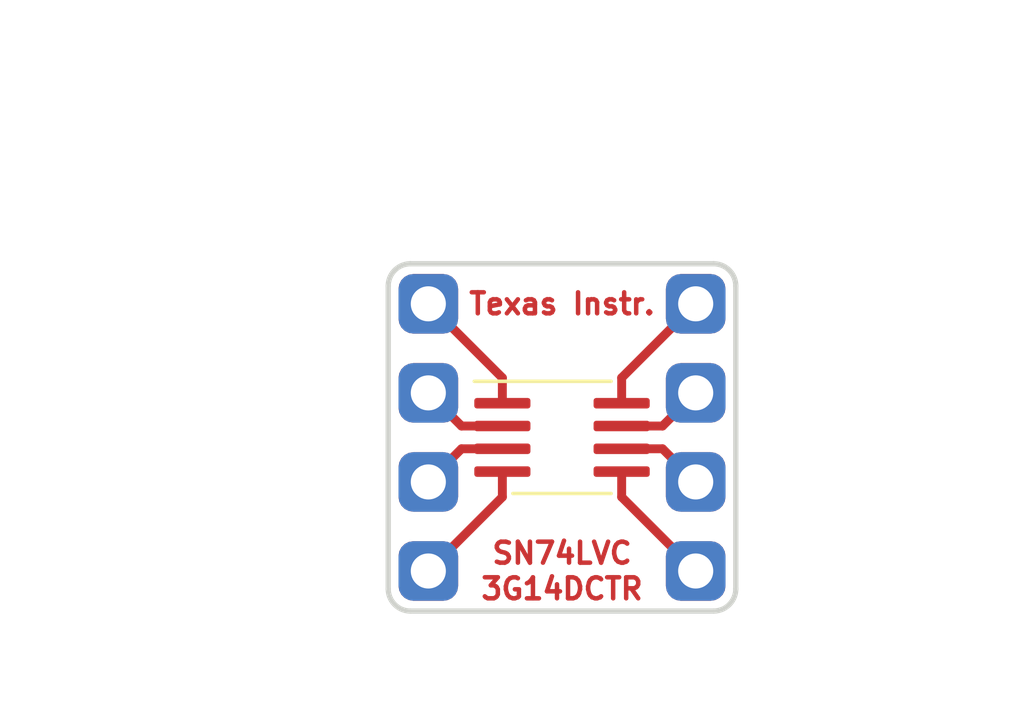
<source format=kicad_pcb>
(kicad_pcb (version 20171130) (host pcbnew "(5.0.2)-1")

  (general
    (thickness 1.6)
    (drawings 18)
    (tracks 16)
    (zones 0)
    (modules 3)
    (nets 9)
  )

  (page A4)
  (layers
    (0 F.Cu signal)
    (31 B.Cu signal)
    (32 B.Adhes user)
    (33 F.Adhes user)
    (34 B.Paste user)
    (35 F.Paste user)
    (36 B.SilkS user)
    (37 F.SilkS user)
    (38 B.Mask user)
    (39 F.Mask user)
    (40 Dwgs.User user)
    (41 Cmts.User user)
    (42 Eco1.User user)
    (43 Eco2.User user)
    (44 Edge.Cuts user)
    (45 Margin user)
    (46 B.CrtYd user)
    (47 F.CrtYd user)
    (48 B.Fab user)
    (49 F.Fab user)
  )

  (setup
    (last_trace_width 0.254)
    (user_trace_width 0.508)
    (user_trace_width 0.762)
    (user_trace_width 1.016)
    (user_trace_width 1.27)
    (user_trace_width 1.524)
    (trace_clearance 0.1524)
    (zone_clearance 0.1524)
    (zone_45_only no)
    (trace_min 0.1524)
    (segment_width 0.2)
    (edge_width 0.15)
    (via_size 0.8)
    (via_drill 0.4)
    (via_min_size 0.4)
    (via_min_drill 0.3)
    (uvia_size 0.3)
    (uvia_drill 0.1)
    (uvias_allowed no)
    (uvia_min_size 0.2)
    (uvia_min_drill 0.1)
    (pcb_text_width 0.3)
    (pcb_text_size 1.5 1.5)
    (mod_edge_width 0.15)
    (mod_text_size 1 1)
    (mod_text_width 0.15)
    (pad_size 1.7 1.7)
    (pad_drill 1)
    (pad_to_mask_clearance 0.0508)
    (aux_axis_origin 0 0)
    (visible_elements 7FFFFFFF)
    (pcbplotparams
      (layerselection 0x010fc_ffffffff)
      (usegerberextensions false)
      (usegerberattributes false)
      (usegerberadvancedattributes false)
      (creategerberjobfile false)
      (excludeedgelayer true)
      (linewidth 0.050000)
      (plotframeref false)
      (viasonmask false)
      (mode 1)
      (useauxorigin false)
      (hpglpennumber 1)
      (hpglpenspeed 20)
      (hpglpendiameter 15.000000)
      (psnegative false)
      (psa4output false)
      (plotreference true)
      (plotvalue true)
      (plotinvisibletext false)
      (padsonsilk false)
      (subtractmaskfromsilk false)
      (outputformat 1)
      (mirror false)
      (drillshape 1)
      (scaleselection 1)
      (outputdirectory ""))
  )

  (net 0 "")
  (net 1 /1)
  (net 2 /2)
  (net 3 /3)
  (net 4 /4)
  (net 5 /5)
  (net 6 /6)
  (net 7 /7)
  (net 8 /8)

  (net_class Default "This is the default net class."
    (clearance 0.1524)
    (trace_width 0.254)
    (via_dia 0.8)
    (via_drill 0.4)
    (uvia_dia 0.3)
    (uvia_drill 0.1)
    (add_net /1)
    (add_net /2)
    (add_net /3)
    (add_net /4)
    (add_net /5)
    (add_net /6)
    (add_net /7)
    (add_net /8)
  )

  (module SA_CMOS_Logic_SMD:Texas_Instruments_SN74LVC3G14DCTR_SM8_DCT_SSOP-8 (layer F.Cu) (tedit 5C57F6E7) (tstamp 5C2F7E21)
    (at 128.27 95.25)
    (path /5C2D7DF2)
    (attr smd)
    (fp_text reference U1 (at 0 -2.1) (layer F.SilkS) hide
      (effects (font (size 0.6 0.6) (thickness 0.127)))
    )
    (fp_text value Texas_Instruments_SN74LVC3G14DCTR (at 0 2) (layer F.Fab)
      (effects (font (size 0.3 0.3) (thickness 0.03)))
    )
    (fp_line (start 0 -1.475) (end -1.4 -1.475) (layer F.Fab) (width 0.1))
    (fp_line (start -1.4 -1.475) (end -1.4 1.475) (layer F.Fab) (width 0.1))
    (fp_line (start -1.4 1.475) (end 1.4 1.475) (layer F.Fab) (width 0.1))
    (fp_line (start 1.4 1.475) (end 1.4 -1.475) (layer F.Fab) (width 0.1))
    (fp_line (start 1.4 -1.475) (end 0 -1.475) (layer F.Fab) (width 0.1))
    (fp_line (start -2.5 -1.6) (end 1.4 -1.6) (layer F.SilkS) (width 0.1))
    (fp_line (start -1.4 1.6) (end 1.4 1.6) (layer F.SilkS) (width 0.1))
    (fp_line (start -2 0.4375) (end -2 0.2125) (layer F.Fab) (width 0.1))
    (fp_line (start -2 0.21) (end -1.4 0.21) (layer F.Fab) (width 0.1))
    (fp_line (start -2 0.44) (end -1.4 0.44) (layer F.Fab) (width 0.1))
    (fp_line (start -2.02 -0.2125) (end -2.02 -0.4375) (layer F.Fab) (width 0.1))
    (fp_line (start -2.02 -0.21) (end -1.42 -0.21) (layer F.Fab) (width 0.1))
    (fp_line (start -2.02 -0.44) (end -1.42 -0.44) (layer F.Fab) (width 0.1))
    (fp_line (start -2.01 -1.09) (end -1.41 -1.09) (layer F.Fab) (width 0.1))
    (fp_line (start -2.01 -0.86) (end -1.41 -0.86) (layer F.Fab) (width 0.1))
    (fp_line (start -2.01 -0.8625) (end -2.01 -1.0875) (layer F.Fab) (width 0.1))
    (fp_line (start -2.01 1.0875) (end -2.01 0.8625) (layer F.Fab) (width 0.1))
    (fp_line (start -2.01 1.09) (end -1.41 1.09) (layer F.Fab) (width 0.1))
    (fp_line (start -2.01 0.86) (end -1.41 0.86) (layer F.Fab) (width 0.1))
    (fp_line (start 2.02 0.86) (end 1.42 0.86) (layer F.Fab) (width 0.1))
    (fp_line (start 2.02 1.09) (end 1.42 1.09) (layer F.Fab) (width 0.1))
    (fp_line (start 2.02 0.8625) (end 2.02 1.0875) (layer F.Fab) (width 0.1))
    (fp_line (start 2.02 0.44) (end 1.42 0.44) (layer F.Fab) (width 0.1))
    (fp_line (start 2.02 0.2125) (end 2.02 0.4375) (layer F.Fab) (width 0.1))
    (fp_line (start 2.02 0.21) (end 1.42 0.21) (layer F.Fab) (width 0.1))
    (fp_line (start 2.01 -0.44) (end 1.41 -0.44) (layer F.Fab) (width 0.1))
    (fp_line (start 2.01 -0.21) (end 1.41 -0.21) (layer F.Fab) (width 0.1))
    (fp_line (start 2.01 -0.4375) (end 2.01 -0.2125) (layer F.Fab) (width 0.1))
    (fp_line (start 2.02 -1.09) (end 1.42 -1.09) (layer F.Fab) (width 0.1))
    (fp_line (start 2.02 -1.0875) (end 2.02 -0.8625) (layer F.Fab) (width 0.1))
    (fp_line (start 2.02 -0.86) (end 1.42 -0.86) (layer F.Fab) (width 0.1))
    (fp_line (start -1.4 -0.98) (end -0.91 -1.47) (layer F.Fab) (width 0.1))
    (fp_text user %R (at 0 0) (layer F.Fab)
      (effects (font (size 0.4 0.4) (thickness 0.05)))
    )
    (fp_line (start -2.4 -1.7) (end 2.6 -1.7) (layer F.CrtYd) (width 0.05))
    (fp_line (start 2.6 -1.7) (end 2.6 -1) (layer F.CrtYd) (width 0.05))
    (fp_line (start 2.6 -1) (end 2.6 1.7) (layer F.CrtYd) (width 0.05))
    (fp_line (start 2.6 1.7) (end 1.1 1.7) (layer F.CrtYd) (width 0.05))
    (fp_line (start 1.1 1.7) (end -2.6 1.7) (layer F.CrtYd) (width 0.05))
    (fp_line (start -2.6 1.7) (end -2.6 -1.7) (layer F.CrtYd) (width 0.05))
    (fp_line (start -2.6 -1.7) (end -2.4 -1.7) (layer F.CrtYd) (width 0.05))
    (pad 2 smd roundrect (at -1.7 -0.325) (size 1.6 0.3) (layers F.Cu F.Paste F.Mask) (roundrect_rratio 0.25)
      (net 2 /2))
    (pad 1 smd roundrect (at -1.7 -0.975) (size 1.6 0.3) (layers F.Cu F.Paste F.Mask) (roundrect_rratio 0.25)
      (net 1 /1))
    (pad 3 smd roundrect (at -1.7 0.325) (size 1.6 0.3) (layers F.Cu F.Paste F.Mask) (roundrect_rratio 0.25)
      (net 3 /3))
    (pad 4 smd roundrect (at -1.7 0.975) (size 1.6 0.3) (layers F.Cu F.Paste F.Mask) (roundrect_rratio 0.25)
      (net 4 /4))
    (pad 5 smd roundrect (at 1.7 0.975) (size 1.6 0.3) (layers F.Cu F.Paste F.Mask) (roundrect_rratio 0.25)
      (net 5 /5))
    (pad 6 smd roundrect (at 1.7 0.325) (size 1.6 0.3) (layers F.Cu F.Paste F.Mask) (roundrect_rratio 0.25)
      (net 6 /6))
    (pad 7 smd roundrect (at 1.7 -0.325) (size 1.6 0.3) (layers F.Cu F.Paste F.Mask) (roundrect_rratio 0.25)
      (net 7 /7))
    (pad 8 smd roundrect (at 1.7 -0.975) (size 1.6 0.3) (layers F.Cu F.Paste F.Mask) (roundrect_rratio 0.25)
      (net 8 /8))
    (model ${SA_LIB_3DSHAPES}/Texas_Instruments_SN74LVC3G14DCTR_SM8_DCT_SSOP-8/Texas_Instruments_SN74LVC3G14DCTR_SM8_DCT_SSOP-8.step
      (at (xyz 0 0 0))
      (scale (xyz 1 1 1))
      (rotate (xyz 0 0 0))
    )
  )

  (module SA_Connectors_Pin_Headers_THT:PinHeader_1x04_P2.54mm_Vertical_Bottom (layer F.Cu) (tedit 5C2CCEF1) (tstamp 5C2F72A8)
    (at 132.08 91.44)
    (descr "Through hole straight pin header, 1x04, 2.54mm pitch, single row")
    (tags "Through hole pin header THT 1x04 2.54mm single row")
    (path /5C2D77F9)
    (fp_text reference J2 (at 0 -2.18) (layer F.SilkS) hide
      (effects (font (size 0.6 0.6) (thickness 0.127)))
    )
    (fp_text value PinHeader_1x04_P2.54mm_Vertical_Bottom (at 0 9.63) (layer F.Fab) hide
      (effects (font (size 0.3 0.3) (thickness 0.03)))
    )
    (fp_text user %R (at 0 3.81 90) (layer F.Fab)
      (effects (font (size 0.4 0.4) (thickness 0.05)))
    )
    (fp_line (start 1.8 -1.8) (end -1.8 -1.8) (layer F.CrtYd) (width 0.05))
    (fp_line (start 1.8 9.4) (end 1.8 -1.8) (layer F.CrtYd) (width 0.05))
    (fp_line (start -1.8 9.4) (end 1.8 9.4) (layer F.CrtYd) (width 0.05))
    (fp_line (start -1.8 -1.8) (end -1.8 9.4) (layer F.CrtYd) (width 0.05))
    (fp_line (start -1.27 -0.635) (end -0.635 -1.27) (layer B.Fab) (width 0.1))
    (fp_line (start -1.27 8.89) (end -1.27 -0.635) (layer B.Fab) (width 0.1))
    (fp_line (start 1.27 8.89) (end -1.27 8.89) (layer B.Fab) (width 0.1))
    (fp_line (start 1.27 -1.27) (end 1.27 8.89) (layer B.Fab) (width 0.1))
    (fp_line (start -0.635 -1.27) (end 1.27 -1.27) (layer B.Fab) (width 0.1))
    (pad 4 thru_hole roundrect (at 0 7.62) (size 1.7 1.7) (drill 1) (layers *.Cu *.Mask) (roundrect_rratio 0.25)
      (net 5 /5))
    (pad 3 thru_hole roundrect (at 0 5.08) (size 1.7 1.7) (drill 1) (layers *.Cu *.Mask) (roundrect_rratio 0.25)
      (net 6 /6))
    (pad 2 thru_hole roundrect (at 0 2.54) (size 1.7 1.7) (drill 1) (layers *.Cu *.Mask) (roundrect_rratio 0.25)
      (net 7 /7))
    (pad 1 thru_hole roundrect (at 0 0) (size 1.7 1.7) (drill 1) (layers *.Cu *.Mask) (roundrect_rratio 0.25)
      (net 8 /8))
    (model ${SA_LIB_3DSHAPES}/Packages/PinHeader_1x04_P254mm_Vertical_Bottom.step
      (at (xyz 0 0 0))
      (scale (xyz 1 1 1))
      (rotate (xyz 0 0 0))
    )
  )

  (module SA_Connectors_Pin_Headers_THT:PinHeader_1x04_P2.54mm_Vertical_Bottom (layer F.Cu) (tedit 5C2CCEF4) (tstamp 5C2F7297)
    (at 124.46 91.44)
    (descr "Through hole straight pin header, 1x04, 2.54mm pitch, single row")
    (tags "Through hole pin header THT 1x04 2.54mm single row")
    (path /5C2D7799)
    (fp_text reference J1 (at 0 -2.18) (layer F.SilkS) hide
      (effects (font (size 0.6 0.6) (thickness 0.127)))
    )
    (fp_text value PinHeader_1x04_P2.54mm_Vertical_Bottom (at 0 9.63) (layer F.Fab) hide
      (effects (font (size 0.3 0.3) (thickness 0.03)))
    )
    (fp_line (start -0.635 -1.27) (end 1.27 -1.27) (layer B.Fab) (width 0.1))
    (fp_line (start 1.27 -1.27) (end 1.27 8.89) (layer B.Fab) (width 0.1))
    (fp_line (start 1.27 8.89) (end -1.27 8.89) (layer B.Fab) (width 0.1))
    (fp_line (start -1.27 8.89) (end -1.27 -0.635) (layer B.Fab) (width 0.1))
    (fp_line (start -1.27 -0.635) (end -0.635 -1.27) (layer B.Fab) (width 0.1))
    (fp_line (start -1.8 -1.8) (end -1.8 9.4) (layer F.CrtYd) (width 0.05))
    (fp_line (start -1.8 9.4) (end 1.8 9.4) (layer F.CrtYd) (width 0.05))
    (fp_line (start 1.8 9.4) (end 1.8 -1.8) (layer F.CrtYd) (width 0.05))
    (fp_line (start 1.8 -1.8) (end -1.8 -1.8) (layer F.CrtYd) (width 0.05))
    (fp_text user %R (at 0 3.81 90) (layer F.Fab)
      (effects (font (size 0.4 0.4) (thickness 0.05)))
    )
    (pad 1 thru_hole roundrect (at 0 0) (size 1.7 1.7) (drill 1) (layers *.Cu *.Mask) (roundrect_rratio 0.25)
      (net 1 /1))
    (pad 2 thru_hole roundrect (at 0 2.54) (size 1.7 1.7) (drill 1) (layers *.Cu *.Mask) (roundrect_rratio 0.25)
      (net 2 /2))
    (pad 3 thru_hole roundrect (at 0 5.08) (size 1.7 1.7) (drill 1) (layers *.Cu *.Mask) (roundrect_rratio 0.25)
      (net 3 /3))
    (pad 4 thru_hole roundrect (at 0 7.62) (size 1.7 1.7) (drill 1) (layers *.Cu *.Mask) (roundrect_rratio 0.25)
      (net 4 /4))
    (model ${SA_LIB_3DSHAPES}/Packages/PinHeader_1x04_P254mm_Vertical_Bottom.step
      (at (xyz 0 0 0))
      (scale (xyz 1 1 1))
      (rotate (xyz 0 0 0))
    )
  )

  (dimension 7.62 (width 0.3) (layer F.Fab)
    (gr_text "7.620 mm" (at 128.27 104.589) (layer F.Fab)
      (effects (font (size 1.5 1.5) (thickness 0.3)))
    )
    (feature1 (pts (xy 132.08 99.06) (xy 132.08 103.075421)))
    (feature2 (pts (xy 124.46 99.06) (xy 124.46 103.075421)))
    (crossbar (pts (xy 124.46 102.489) (xy 132.08 102.489)))
    (arrow1a (pts (xy 132.08 102.489) (xy 130.953496 103.075421)))
    (arrow1b (pts (xy 132.08 102.489) (xy 130.953496 101.902579)))
    (arrow2a (pts (xy 124.46 102.489) (xy 125.586504 103.075421)))
    (arrow2b (pts (xy 124.46 102.489) (xy 125.586504 101.902579)))
  )
  (dimension 2.54 (width 0.3) (layer F.Fab)
    (gr_text "2.540 mm" (at 117.788 97.79 90) (layer F.Fab)
      (effects (font (size 1.5 1.5) (thickness 0.3)))
    )
    (feature1 (pts (xy 124.46 96.52) (xy 119.301579 96.52)))
    (feature2 (pts (xy 124.46 99.06) (xy 119.301579 99.06)))
    (crossbar (pts (xy 119.888 99.06) (xy 119.888 96.52)))
    (arrow1a (pts (xy 119.888 96.52) (xy 120.474421 97.646504)))
    (arrow1b (pts (xy 119.888 96.52) (xy 119.301579 97.646504)))
    (arrow2a (pts (xy 119.888 99.06) (xy 120.474421 97.933496)))
    (arrow2b (pts (xy 119.888 99.06) (xy 119.301579 97.933496)))
  )
  (dimension 9.906 (width 0.3) (layer F.Fab)
    (gr_text "9.906 mm" (at 139.514 95.25 270) (layer F.Fab)
      (effects (font (size 1.5 1.5) (thickness 0.3)))
    )
    (feature1 (pts (xy 132.08 100.203) (xy 138.000421 100.203)))
    (feature2 (pts (xy 132.08 90.297) (xy 138.000421 90.297)))
    (crossbar (pts (xy 137.414 90.297) (xy 137.414 100.203)))
    (arrow1a (pts (xy 137.414 100.203) (xy 136.827579 99.076496)))
    (arrow1b (pts (xy 137.414 100.203) (xy 138.000421 99.076496)))
    (arrow2a (pts (xy 137.414 90.297) (xy 136.827579 91.423504)))
    (arrow2b (pts (xy 137.414 90.297) (xy 138.000421 91.423504)))
  )
  (dimension 9.906 (width 0.3) (layer F.Fab)
    (gr_text "9.906 mm" (at 128.27 83.879) (layer F.Fab)
      (effects (font (size 1.5 1.5) (thickness 0.3)))
    )
    (feature1 (pts (xy 133.223 91.44) (xy 133.223 85.392579)))
    (feature2 (pts (xy 123.317 91.44) (xy 123.317 85.392579)))
    (crossbar (pts (xy 123.317 85.979) (xy 133.223 85.979)))
    (arrow1a (pts (xy 133.223 85.979) (xy 132.096496 86.565421)))
    (arrow1b (pts (xy 133.223 85.979) (xy 132.096496 85.392579)))
    (arrow2a (pts (xy 123.317 85.979) (xy 124.443504 86.565421)))
    (arrow2b (pts (xy 123.317 85.979) (xy 124.443504 85.392579)))
  )
  (gr_text "Texas Instr." (at 128.27 91.44) (layer F.Cu) (tstamp 5C2F803F)
    (effects (font (size 0.6 0.6) (thickness 0.127)))
  )
  (gr_text 3G14DCTR (at 128.27 99.568) (layer F.Mask) (tstamp 5C2F8034)
    (effects (font (size 0.6 0.6) (thickness 0.127)))
  )
  (gr_text 3G14DCTR (at 128.27 99.568) (layer F.Cu) (tstamp 5C2F8017)
    (effects (font (size 0.6 0.6) (thickness 0.127)))
  )
  (gr_line (start 123.317 90.932) (end 123.317 99.568) (layer Edge.Cuts) (width 0.15))
  (gr_line (start 132.588 90.297) (end 123.952 90.297) (layer Edge.Cuts) (width 0.15))
  (gr_line (start 133.223 99.568) (end 133.223 90.932) (layer Edge.Cuts) (width 0.15))
  (gr_line (start 123.952 100.203) (end 132.588 100.203) (layer Edge.Cuts) (width 0.15))
  (gr_arc (start 132.588 90.932) (end 133.223 90.932) (angle -90) (layer Edge.Cuts) (width 0.15) (tstamp 5C3655E3))
  (gr_arc (start 132.588 99.568) (end 132.588 100.203) (angle -90) (layer Edge.Cuts) (width 0.15) (tstamp 5C3655E0))
  (gr_arc (start 123.952 99.568) (end 123.317 99.568) (angle -90) (layer Edge.Cuts) (width 0.15) (tstamp 5C3655DC))
  (gr_arc (start 123.952 90.932) (end 123.952 90.297) (angle -90) (layer Edge.Cuts) (width 0.15))
  (gr_text "Texas Instr." (at 128.27 91.44) (layer F.Mask) (tstamp 5C361F68)
    (effects (font (size 0.6 0.6) (thickness 0.127)))
  )
  (gr_text SN74LVC (at 128.27 98.552) (layer F.Mask) (tstamp 5C361F5D)
    (effects (font (size 0.6 0.6) (thickness 0.127)))
  )
  (gr_text SN74LVC (at 128.27 98.552) (layer F.Cu) (tstamp 5C361F58)
    (effects (font (size 0.6 0.6) (thickness 0.127)))
  )

  (segment (start 126.57 93.55) (end 124.46 91.44) (width 0.254) (layer F.Cu) (net 1))
  (segment (start 126.57 94.275) (end 126.57 93.55) (width 0.254) (layer F.Cu) (net 1))
  (segment (start 125.405 94.925) (end 124.46 93.98) (width 0.254) (layer F.Cu) (net 2))
  (segment (start 126.57 94.925) (end 125.405 94.925) (width 0.254) (layer F.Cu) (net 2))
  (segment (start 125.405 95.575) (end 124.46 96.52) (width 0.254) (layer F.Cu) (net 3))
  (segment (start 126.57 95.575) (end 125.405 95.575) (width 0.254) (layer F.Cu) (net 3))
  (segment (start 126.57 96.95) (end 124.46 99.06) (width 0.254) (layer F.Cu) (net 4))
  (segment (start 126.57 96.225) (end 126.57 96.95) (width 0.254) (layer F.Cu) (net 4))
  (segment (start 129.97 96.95) (end 132.08 99.06) (width 0.254) (layer F.Cu) (net 5))
  (segment (start 129.97 96.225) (end 129.97 96.95) (width 0.254) (layer F.Cu) (net 5))
  (segment (start 131.135 95.575) (end 132.08 96.52) (width 0.254) (layer F.Cu) (net 6))
  (segment (start 129.97 95.575) (end 131.135 95.575) (width 0.254) (layer F.Cu) (net 6))
  (segment (start 131.135 94.925) (end 132.08 93.98) (width 0.254) (layer F.Cu) (net 7))
  (segment (start 129.97 94.925) (end 131.135 94.925) (width 0.254) (layer F.Cu) (net 7))
  (segment (start 129.97 93.55) (end 132.08 91.44) (width 0.254) (layer F.Cu) (net 8))
  (segment (start 129.97 94.275) (end 129.97 93.55) (width 0.254) (layer F.Cu) (net 8))

)

</source>
